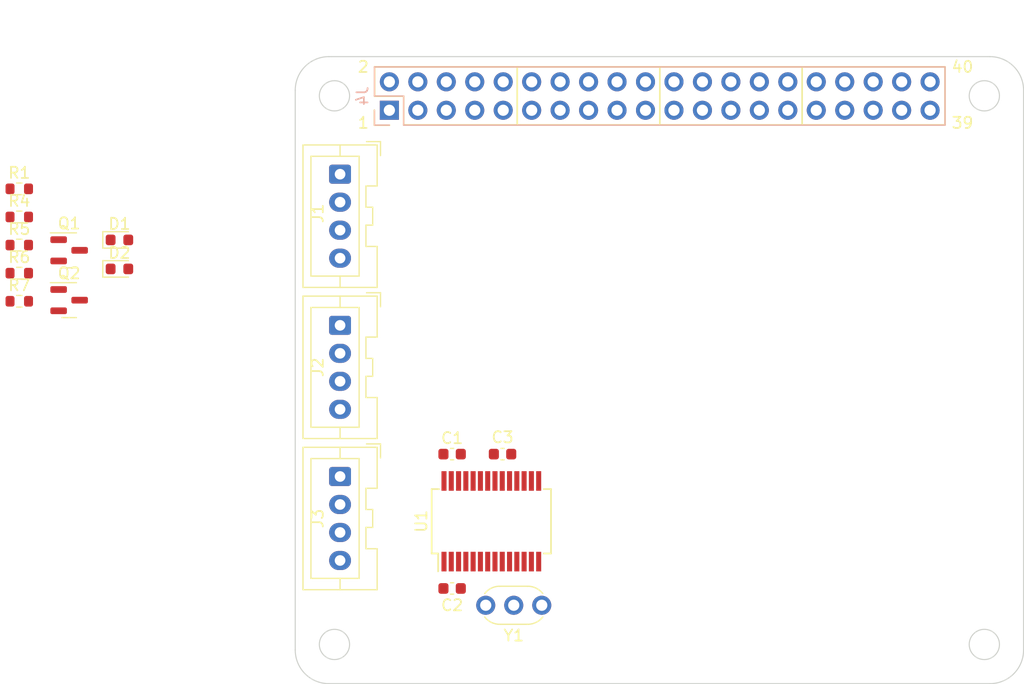
<source format=kicad_pcb>
(kicad_pcb (version 20221018) (generator pcbnew)
  (layers (0 "F.Cu" signal) (31 "B.Cu" signal) (34 "B.Paste" user) (35 "F.Paste" user) (36 "B.SilkS" user "B.Silkscreen") (37 "F.SilkS" user "F.Silkscreen") (38 "B.Mask" user) (39 "F.Mask" user) (44 "Edge.Cuts" user))
  (net 0 "")
  (net 1 "+5V")
  (net 2 "GND")
  (net 3 "+3V3")
  (net 5 "Net-(D1-A)")
  (net 7 "Net-(D2-A)")
  (net 9 "Net-(J1-Pin_3)")
  (net 10 "Net-(J1-Pin_4)")
  (net 19 "Net-(Q1-G)")
  (net 20 "Net-(Q2-G)")
  (net 21 "Net-(R1-Pad2)")
  (net 22 "Net-(SW1-A)")
  (net 23 "Net-(SW1-C)")
  (net 27 "Net-(U1-OSC2)")
  (net 28 "Net-(U1-OSC1)")
  (net 37 "Net-(U1-TXD)")
  (net 38 "Net-(U1-RXD)")
  (footprint "Resistor_SMD:R_0603_1608Metric" (layer "F.Cu") (at 75.37 67.83)
    (fp_text reference "R5" (at 0 -1.43) (layer "F.SilkS"))
    (fp_text value "4.7k")
    (fp_line (start -0.237258 -0.5225) (end 0.237258 -0.5225) (stroke (width 0.12)) (layer "F.SilkS"))
    (fp_line (start -0.237258 0.5225) (end 0.237258 0.5225) (stroke (width 0.12)) (layer "F.SilkS"))
    (pad "1" smd roundrect (at -0.825 0) (size 0.8 0.95) (layers "F.Cu" "F.Paste" "F.Mask") (net 19 "Net-(Q1-G)"))
    (pad "2" smd roundrect (at 0.825 0) (size 0.8 0.95) (layers "F.Cu" "F.Paste" "F.Mask") (net 22 "Net-(SW1-A)"))
  )
  (footprint "Connector_JST:JST_XA_B04B-XASK-1_1x04_P2.50mm_Vertical" (layer "F.Cu") (at 104 88.5 -90)
    (fp_text reference "J3" (at 3.75 2 90) (layer "F.SilkS"))
    (fp_text value "Conn_01x04")
    (fp_line (start -2.91 -3.61) (end -2.91 -2.36) (stroke (width 0.12)) (layer "F.SilkS"))
    (fp_line (start -2.61 -3.31) (end -2.61 3.31) (stroke (width 0.12)) (layer "F.SilkS"))
    (fp_line (start -2.61 0) (end -1.6 0) (stroke (width 0.12)) (layer "F.SilkS"))
    (fp_line (start -2.61 3.31) (end 10.11 3.31) (stroke (width 0.12)) (layer "F.SilkS"))
    (fp_line (start -1.66 -3.61) (end -2.91 -3.61) (stroke (width 0.12)) (layer "F.SilkS"))
    (fp_line (start -1.6 -1.7) (end -1.6 2.6) (stroke (width 0.12)) (layer "F.SilkS"))
    (fp_line (start -1.6 2.6) (end 9.1 2.6) (stroke (width 0.12)) (layer "F.SilkS"))
    (fp_line (start 1.05 -3.31) (end -2.61 -3.31) (stroke (width 0.12)) (layer "F.SilkS"))
    (fp_line (start 1.05 -2.31) (end 1.05 -3.31) (stroke (width 0.12)) (layer "F.SilkS"))
    (fp_line (start 2.95 -2.91) (end 2.95 -2.31) (stroke (width 0.12)) (layer "F.SilkS"))
    (fp_line (start 2.95 -2.31) (end 1.05 -2.31) (stroke (width 0.12)) (layer "F.SilkS"))
    (fp_line (start 4.55 -2.91) (end 2.95 -2.91) (stroke (width 0.12)) (layer "F.SilkS"))
    (fp_line (start 4.55 -2.31) (end 4.55 -2.91) (stroke (width 0.12)) (layer "F.SilkS"))
    (fp_line (start 6.45 -3.31) (end 6.45 -2.31) (stroke (width 0.12)) (layer "F.SilkS"))
    (fp_line (start 6.45 -2.31) (end 4.55 -2.31) (stroke (width 0.12)) (layer "F.SilkS"))
    (fp_line (start 9.1 -1.7) (end -1.6 -1.7) (stroke (width 0.12)) (layer "F.SilkS"))
    (fp_line (start 9.1 2.6) (end 9.1 -1.7) (stroke (width 0.12)) (layer "F.SilkS"))
    (fp_line (start 10.11 -3.31) (end 6.45 -3.31) (stroke (width 0.12)) (layer "F.SilkS"))
    (fp_line (start 10.11 0) (end 9.1 0) (stroke (width 0.12)) (layer "F.SilkS"))
    (fp_line (start 10.11 3.31) (end 10.11 -3.31) (stroke (width 0.12)) (layer "F.SilkS"))
    (pad "1" thru_hole roundrect (at 0 0 270) (size 1.7 1.95) (drill 0.95) (layers "*.Cu" "*.Mask") (roundrect_rratio 0.147059))
    (pad "2" thru_hole oval (at 2.5 0 270) (size 1.7 1.95) (drill 0.95) (layers "*.Cu" "*.Mask"))
    (pad "3" thru_hole oval (at 5 0 270) (size 1.7 1.95) (drill 0.95) (layers "*.Cu" "*.Mask"))
    (pad "4" thru_hole oval (at 7.5 0 270) (size 1.7 1.95) (drill 0.95) (layers "*.Cu" "*.Mask"))
  )
  (footprint "Crystal:Resonator_Murata_CSTLSxxxX-3Pin_W5.5mm_H3.0mm" (layer "F.Cu") (at 122 100 180)
    (fp_text reference "Y1" (at 2.5 -2.7) (layer "F.SilkS"))
    (fp_text value "Resonator_Small")
    (fp_line (start 1.25 -1.7) (end 3.75 -1.7) (stroke (width 0.12)) (layer "F.SilkS"))
    (fp_line (start 1.25 1.7) (end 3.75 1.7) (stroke (width 0.12)) (layer "F.SilkS"))
    (fp_arc (start -0.08779 -1.048961) (mid 0.506102 -1.5286) (end 1.25 -1.7) (stroke (width 0.12)) (layer "F.SilkS"))
    (fp_arc (start 1.25 1.7) (mid 0.506103 1.5286) (end -0.08779 1.048961) (stroke (width 0.12)) (layer "F.SilkS"))
    (fp_arc (start 3.75 -1.7) (mid 4.493897 -1.5286) (end 5.08779 -1.048961) (stroke (width 0.12)) (layer "F.SilkS"))
    (fp_arc (start 5.08779 1.048961) (mid 4.493898 1.5286) (end 3.75 1.7) (stroke (width 0.12)) (layer "F.SilkS"))
    (pad "1" thru_hole circle (at 0 0 180) (size 1.7 1.7) (drill 1) (layers "*.Cu" "*.Mask") (net 28 "Net-(U1-OSC1)"))
    (pad "2" thru_hole circle (at 2.5 0 180) (size 1.7 1.7) (drill 1) (layers "*.Cu" "*.Mask") (net 2 "GND"))
    (pad "3" thru_hole circle (at 5 0 180) (size 1.7 1.7) (drill 1) (layers "*.Cu" "*.Mask") (net 27 "Net-(U1-OSC2)"))
  )
  (footprint "Capacitor_SMD:C_0603_1608Metric" (layer "F.Cu") (at 114 98.5)
    (fp_text reference "C2" (at 0 1.5) (layer "F.SilkS"))
    (fp_text value "0.1uF")
    (fp_line (start -0.14058 -0.51) (end 0.14058 -0.51) (stroke (width 0.12)) (layer "F.SilkS"))
    (fp_line (start -0.14058 0.51) (end 0.14058 0.51) (stroke (width 0.12)) (layer "F.SilkS"))
    (pad "1" smd roundrect (at -0.775 0) (size 0.9 0.95) (layers "F.Cu" "F.Paste" "F.Mask") (net 3 "+3V3"))
    (pad "2" smd roundrect (at 0.775 0) (size 0.9 0.95) (layers "F.Cu" "F.Paste" "F.Mask") (net 2 "GND"))
  )
  (footprint "Package_TO_SOT_SMD:SOT-23" (layer "F.Cu") (at 79.82 68.3)
    (fp_text reference "Q1" (at 0 -2.4) (layer "F.SilkS"))
    (fp_text value "Q_PMOS_GSD")
    (fp_line (start 0 -1.56) (end -1.675 -1.56) (stroke (width 0.12)) (layer "F.SilkS"))
    (fp_line (start 0 -1.56) (end 0.65 -1.56) (stroke (width 0.12)) (layer "F.SilkS"))
    (fp_line (start 0 1.56) (end -0.65 1.56) (stroke (width 0.12)) (layer "F.SilkS"))
    (fp_line (start 0 1.56) (end 0.65 1.56) (stroke (width 0.12)) (layer "F.SilkS"))
    (pad "1" smd roundrect (at -0.9375 -0.95) (size 1.475 0.6) (layers "F.Cu" "F.Paste" "F.Mask") (net 19 "Net-(Q1-G)"))
    (pad "2" smd roundrect (at -0.9375 0.95) (size 1.475 0.6) (layers "F.Cu" "F.Paste" "F.Mask") (net 1 "+5V"))
    (pad "3" smd roundrect (at 0.9375 0) (size 1.475 0.6) (layers "F.Cu" "F.Paste" "F.Mask") (net 5 "Net-(D1-A)"))
  )
  (footprint "Connector_JST:JST_XA_B04B-XASK-1_1x04_P2.50mm_Vertical" (layer "F.Cu") (at 104 61.5 -90)
    (fp_text reference "J1" (at 3.5 2 90) (layer "F.SilkS"))
    (fp_text value "Conn_01x04")
    (fp_line (start -2.91 -3.61) (end -2.91 -2.36) (stroke (width 0.12)) (layer "F.SilkS"))
    (fp_line (start -2.61 -3.31) (end -2.61 3.31) (stroke (width 0.12)) (layer "F.SilkS"))
    (fp_line (start -2.61 0) (end -1.6 0) (stroke (width 0.12)) (layer "F.SilkS"))
    (fp_line (start -2.61 3.31) (end 10.11 3.31) (stroke (width 0.12)) (layer "F.SilkS"))
    (fp_line (start -1.66 -3.61) (end -2.91 -3.61) (stroke (width 0.12)) (layer "F.SilkS"))
    (fp_line (start -1.6 -1.7) (end -1.6 2.6) (stroke (width 0.12)) (layer "F.SilkS"))
    (fp_line (start -1.6 2.6) (end 9.1 2.6) (stroke (width 0.12)) (layer "F.SilkS"))
    (fp_line (start 1.05 -3.31) (end -2.61 -3.31) (stroke (width 0.12)) (layer "F.SilkS"))
    (fp_line (start 1.05 -2.31) (end 1.05 -3.31) (stroke (width 0.12)) (layer "F.SilkS"))
    (fp_line (start 2.95 -2.91) (end 2.95 -2.31) (stroke (width 0.12)) (layer "F.SilkS"))
    (fp_line (start 2.95 -2.31) (end 1.05 -2.31) (stroke (width 0.12)) (layer "F.SilkS"))
    (fp_line (start 4.55 -2.91) (end 2.95 -2.91) (stroke (width 0.12)) (layer "F.SilkS"))
    (fp_line (start 4.55 -2.31) (end 4.55 -2.91) (stroke (width 0.12)) (layer "F.SilkS"))
    (fp_line (start 6.45 -3.31) (end 6.45 -2.31) (stroke (width 0.12)) (layer "F.SilkS"))
    (fp_line (start 6.45 -2.31) (end 4.55 -2.31) (stroke (width 0.12)) (layer "F.SilkS"))
    (fp_line (start 9.1 -1.7) (end -1.6 -1.7) (stroke (width 0.12)) (layer "F.SilkS"))
    (fp_line (start 9.1 2.6) (end 9.1 -1.7) (stroke (width 0.12)) (layer "F.SilkS"))
    (fp_line (start 10.11 -3.31) (end 6.45 -3.31) (stroke (width 0.12)) (layer "F.SilkS"))
    (fp_line (start 10.11 0) (end 9.1 0) (stroke (width 0.12)) (layer "F.SilkS"))
    (fp_line (start 10.11 3.31) (end 10.11 -3.31) (stroke (width 0.12)) (layer "F.SilkS"))
    (pad "1" thru_hole roundrect (at 0 0 270) (size 1.7 1.95) (drill 0.95) (layers "*.Cu" "*.Mask") (roundrect_rratio 0.147059))
    (pad "2" thru_hole oval (at 2.5 0 270) (size 1.7 1.95) (drill 0.95) (layers "*.Cu" "*.Mask") (net 2 "GND"))
    (pad "3" thru_hole oval (at 5 0 270) (size 1.7 1.95) (drill 0.95) (layers "*.Cu" "*.Mask") (net 9 "Net-(J1-Pin_3)"))
    (pad "4" thru_hole oval (at 7.5 0 270) (size 1.7 1.95) (drill 0.95) (layers "*.Cu" "*.Mask") (net 10 "Net-(J1-Pin_4)"))
  )
  (footprint "Connector_JST:JST_XA_B04B-XASK-1_1x04_P2.50mm_Vertical" (layer "F.Cu") (at 104 75 -90)
    (fp_text reference "J2" (at 3.75 2 90) (layer "F.SilkS"))
    (fp_text value "Conn_01x04")
    (fp_line (start -2.91 -3.61) (end -2.91 -2.36) (stroke (width 0.12)) (layer "F.SilkS"))
    (fp_line (start -2.61 -3.31) (end -2.61 3.31) (stroke (width 0.12)) (layer "F.SilkS"))
    (fp_line (start -2.61 0) (end -1.6 0) (stroke (width 0.12)) (layer "F.SilkS"))
    (fp_line (start -2.61 3.31) (end 10.11 3.31) (stroke (width 0.12)) (layer "F.SilkS"))
    (fp_line (start -1.66 -3.61) (end -2.91 -3.61) (stroke (width 0.12)) (layer "F.SilkS"))
    (fp_line (start -1.6 -1.7) (end -1.6 2.6) (stroke (width 0.12)) (layer "F.SilkS"))
    (fp_line (start -1.6 2.6) (end 9.1 2.6) (stroke (width 0.12)) (layer "F.SilkS"))
    (fp_line (start 1.05 -3.31) (end -2.61 -3.31) (stroke (width 0.12)) (layer "F.SilkS"))
    (fp_line (start 1.05 -2.31) (end 1.05 -3.31) (stroke (width 0.12)) (layer "F.SilkS"))
    (fp_line (start 2.95 -2.91) (end 2.95 -2.31) (stroke (width 0.12)) (layer "F.SilkS"))
    (fp_line (start 2.95 -2.31) (end 1.05 -2.31) (stroke (width 0.12)) (layer "F.SilkS"))
    (fp_line (start 4.55 -2.91) (end 2.95 -2.91) (stroke (width 0.12)) (layer "F.SilkS"))
    (fp_line (start 4.55 -2.31) (end 4.55 -2.91) (stroke (width 0.12)) (layer "F.SilkS"))
    (fp_line (start 6.45 -3.31) (end 6.45 -2.31) (stroke (width 0.12)) (layer "F.SilkS"))
    (fp_line (start 6.45 -2.31) (end 4.55 -2.31) (stroke (width 0.12)) (layer "F.SilkS"))
    (fp_line (start 9.1 -1.7) (end -1.6 -1.7) (stroke (width 0.12)) (layer "F.SilkS"))
    (fp_line (start 9.1 2.6) (end 9.1 -1.7) (stroke (width 0.12)) (layer "F.SilkS"))
    (fp_line (start 10.11 -3.31) (end 6.45 -3.31) (stroke (width 0.12)) (layer "F.SilkS"))
    (fp_line (start 10.11 0) (end 9.1 0) (stroke (width 0.12)) (layer "F.SilkS"))
    (fp_line (start 10.11 3.31) (end 10.11 -3.31) (stroke (width 0.12)) (layer "F.SilkS"))
    (pad "1" thru_hole roundrect (at 0 0 270) (size 1.7 1.95) (drill 0.95) (layers "*.Cu" "*.Mask") (roundrect_rratio 0.147059))
    (pad "2" thru_hole oval (at 2.5 0 270) (size 1.7 1.95) (drill 0.95) (layers "*.Cu" "*.Mask"))
    (pad "3" thru_hole oval (at 5 0 270) (size 1.7 1.95) (drill 0.95) (layers "*.Cu" "*.Mask"))
    (pad "4" thru_hole oval (at 7.5 0 270) (size 1.7 1.95) (drill 0.95) (layers "*.Cu" "*.Mask"))
  )
  (footprint "Resistor_SMD:R_0603_1608Metric" (layer "F.Cu") (at 75.37 70.34)
    (fp_text reference "R6" (at 0 -1.43) (layer "F.SilkS"))
    (fp_text value "4.7k")
    (fp_line (start -0.237258 -0.5225) (end 0.237258 -0.5225) (stroke (width 0.12)) (layer "F.SilkS"))
    (fp_line (start -0.237258 0.5225) (end 0.237258 0.5225) (stroke (width 0.12)) (layer "F.SilkS"))
    (pad "1" smd roundrect (at -0.825 0) (size 0.8 0.95) (layers "F.Cu" "F.Paste" "F.Mask") (net 3 "+3V3"))
    (pad "2" smd roundrect (at 0.825 0) (size 0.8 0.95) (layers "F.Cu" "F.Paste" "F.Mask") (net 20 "Net-(Q2-G)"))
  )
  (footprint "Package_TO_SOT_SMD:SOT-23" (layer "F.Cu") (at 79.82 72.75)
    (fp_text reference "Q2" (at 0 -2.4) (layer "F.SilkS"))
    (fp_text value "Q_PMOS_GSD")
    (fp_line (start 0 -1.56) (end -1.675 -1.56) (stroke (width 0.12)) (layer "F.SilkS"))
    (fp_line (start 0 -1.56) (end 0.65 -1.56) (stroke (width 0.12)) (layer "F.SilkS"))
    (fp_line (start 0 1.56) (end -0.65 1.56) (stroke (width 0.12)) (layer "F.SilkS"))
    (fp_line (start 0 1.56) (end 0.65 1.56) (stroke (width 0.12)) (layer "F.SilkS"))
    (pad "1" smd roundrect (at -0.9375 -0.95) (size 1.475 0.6) (layers "F.Cu" "F.Paste" "F.Mask") (net 20 "Net-(Q2-G)"))
    (pad "2" smd roundrect (at -0.9375 0.95) (size 1.475 0.6) (layers "F.Cu" "F.Paste" "F.Mask") (net 3 "+3V3"))
    (pad "3" smd roundrect (at 0.9375 0) (size 1.475 0.6) (layers "F.Cu" "F.Paste" "F.Mask") (net 7 "Net-(D2-A)"))
  )
  (footprint "LED_SMD:LED_0603_1608Metric" (layer "F.Cu") (at 84.31 67.37)
    (fp_text reference "D1" (at 0 -1.43) (layer "F.SilkS"))
    (fp_text value "LED")
    (fp_line (start -1.485 -0.735) (end -1.485 0.735) (stroke (width 0.12)) (layer "F.SilkS"))
    (fp_line (start -1.485 0.735) (end 0.8 0.735) (stroke (width 0.12)) (layer "F.SilkS"))
    (fp_line (start 0.8 -0.735) (end -1.485 -0.735) (stroke (width 0.12)) (layer "F.SilkS"))
    (pad "1" smd roundrect (at -0.7875 0) (size 0.875 0.95) (layers "F.Cu" "F.Paste" "F.Mask"))
    (pad "2" smd roundrect (at 0.7875 0) (size 0.875 0.95) (layers "F.Cu" "F.Paste" "F.Mask") (net 5 "Net-(D1-A)"))
  )
  (footprint "Capacitor_SMD:C_0603_1608Metric" (layer "F.Cu") (at 114 86.5)
    (fp_text reference "C1" (at 0 -1.43) (layer "F.SilkS"))
    (fp_text value "0.1uF")
    (fp_line (start -0.14058 -0.51) (end 0.14058 -0.51) (stroke (width 0.12)) (layer "F.SilkS"))
    (fp_line (start -0.14058 0.51) (end 0.14058 0.51) (stroke (width 0.12)) (layer "F.SilkS"))
    (pad "1" smd roundrect (at -0.775 0) (size 0.9 0.95) (layers "F.Cu" "F.Paste" "F.Mask") (net 1 "+5V"))
    (pad "2" smd roundrect (at 0.775 0) (size 0.9 0.95) (layers "F.Cu" "F.Paste" "F.Mask") (net 2 "GND"))
  )
  (footprint "Resistor_SMD:R_0603_1608Metric" (layer "F.Cu") (at 75.37 65.32)
    (fp_text reference "R4" (at 0 -1.43) (layer "F.SilkS"))
    (fp_text value "4.7k")
    (fp_line (start -0.237258 -0.5225) (end 0.237258 -0.5225) (stroke (width 0.12)) (layer "F.SilkS"))
    (fp_line (start -0.237258 0.5225) (end 0.237258 0.5225) (stroke (width 0.12)) (layer "F.SilkS"))
    (pad "1" smd roundrect (at -0.825 0) (size 0.8 0.95) (layers "F.Cu" "F.Paste" "F.Mask") (net 1 "+5V"))
    (pad "2" smd roundrect (at 0.825 0) (size 0.8 0.95) (layers "F.Cu" "F.Paste" "F.Mask") (net 19 "Net-(Q1-G)"))
  )
  (footprint "Resistor_SMD:R_0603_1608Metric" (layer "F.Cu") (at 75.37 62.81)
    (fp_text reference "R1" (at 0 -1.43) (layer "F.SilkS"))
    (fp_text value "120")
    (fp_line (start -0.237258 -0.5225) (end 0.237258 -0.5225) (stroke (width 0.12)) (layer "F.SilkS"))
    (fp_line (start -0.237258 0.5225) (end 0.237258 0.5225) (stroke (width 0.12)) (layer "F.SilkS"))
    (pad "1" smd roundrect (at -0.825 0) (size 0.8 0.95) (layers "F.Cu" "F.Paste" "F.Mask") (net 9 "Net-(J1-Pin_3)"))
    (pad "2" smd roundrect (at 0.825 0) (size 0.8 0.95) (layers "F.Cu" "F.Paste" "F.Mask") (net 21 "Net-(R1-Pad2)"))
  )
  (footprint "Capacitor_SMD:C_0603_1608Metric" (layer "F.Cu") (at 118.5 86.5 180)
    (fp_text reference "C3" (at 0 1.5) (layer "F.SilkS"))
    (fp_text value "0.1uF")
    (fp_line (start -0.14058 -0.51) (end 0.14058 -0.51) (stroke (width 0.12)) (layer "F.SilkS"))
    (fp_line (start -0.14058 0.51) (end 0.14058 0.51) (stroke (width 0.12)) (layer "F.SilkS"))
    (pad "1" smd roundrect (at -0.775 0 180) (size 0.9 0.95) (layers "F.Cu" "F.Paste" "F.Mask") (net 3 "+3V3"))
    (pad "2" smd roundrect (at 0.775 0 180) (size 0.9 0.95) (layers "F.Cu" "F.Paste" "F.Mask") (net 2 "GND"))
  )
  (footprint "LED_SMD:LED_0603_1608Metric" (layer "F.Cu") (at 84.31 69.96)
    (fp_text reference "D2" (at 0 -1.43) (layer "F.SilkS"))
    (fp_text value "LED")
    (fp_line (start -1.485 -0.735) (end -1.485 0.735) (stroke (width 0.12)) (layer "F.SilkS"))
    (fp_line (start -1.485 0.735) (end 0.8 0.735) (stroke (width 0.12)) (layer "F.SilkS"))
    (fp_line (start 0.8 -0.735) (end -1.485 -0.735) (stroke (width 0.12)) (layer "F.SilkS"))
    (pad "1" smd roundrect (at -0.7875 0) (size 0.875 0.95) (layers "F.Cu" "F.Paste" "F.Mask"))
    (pad "2" smd roundrect (at 0.7875 0) (size 0.875 0.95) (layers "F.Cu" "F.Paste" "F.Mask") (net 7 "Net-(D2-A)"))
  )
  (footprint "Resistor_SMD:R_0603_1608Metric" (layer "F.Cu") (at 75.37 72.85)
    (fp_text reference "R7" (at 0 -1.43) (layer "F.SilkS"))
    (fp_text value "4.7k")
    (fp_line (start -0.237258 -0.5225) (end 0.237258 -0.5225) (stroke (width 0.12)) (layer "F.SilkS"))
    (fp_line (start -0.237258 0.5225) (end 0.237258 0.5225) (stroke (width 0.12)) (layer "F.SilkS"))
    (pad "1" smd roundrect (at -0.825 0) (size 0.8 0.95) (layers "F.Cu" "F.Paste" "F.Mask") (net 20 "Net-(Q2-G)"))
    (pad "2" smd roundrect (at 0.825 0) (size 0.8 0.95) (layers "F.Cu" "F.Paste" "F.Mask") (net 23 "Net-(SW1-C)"))
  )
  (footprint "Package_SO:SSOP-28_5.3x10.2mm_P0.65mm" (layer "F.Cu") (at 117.5 92.5 90)
    (fp_text reference "U1" (at 0 -6.25 90) (layer "F.SilkS"))
    (fp_text value "MCP25625-x-SS")
    (fp_line (start -2.875 -5.325) (end -2.875 -4.75) (stroke (width 0.15)) (layer "F.SilkS"))
    (fp_line (start -2.875 -5.325) (end 2.875 -5.325) (stroke (width 0.15)) (layer "F.SilkS"))
    (fp_line (start -2.875 -4.75) (end -4.475 -4.75) (stroke (width 0.15)) (layer "F.SilkS"))
    (fp_line (start -2.875 5.325) (end -2.875 4.675) (stroke (width 0.15)) (layer "F.SilkS"))
    (fp_line (start -2.875 5.325) (end 2.875 5.325) (stroke (width 0.15)) (layer "F.SilkS"))
    (fp_line (start 2.875 -5.325) (end 2.875 -4.675) (stroke (width 0.15)) (layer "F.SilkS"))
    (fp_line (start 2.875 5.325) (end 2.875 4.675) (stroke (width 0.15)) (layer "F.SilkS"))
    (pad "1" smd rect (at -3.6 -4.225 90) (size 1.75 0.45) (layers "F.Cu" "F.Paste" "F.Mask") (net 3 "+3V3"))
    (pad "2" smd rect (at -3.6 -3.575 90) (size 1.75 0.45) (layers "F.Cu" "F.Paste" "F.Mask"))
    (pad "3" smd rect (at -3.6 -2.925 90) (size 1.75 0.45) (layers "F.Cu" "F.Paste" "F.Mask") (net 10 "Net-(J1-Pin_4)"))
    (pad "4" smd rect (at -3.6 -2.275 90) (size 1.75 0.45) (layers "F.Cu" "F.Paste" "F.Mask") (net 9 "Net-(J1-Pin_3)"))
    (pad "5" smd rect (at -3.6 -1.625 90) (size 1.75 0.45) (layers "F.Cu" "F.Paste" "F.Mask") (net 2 "GND"))
    (pad "6" smd rect (at -3.6 -0.975 90) (size 1.75 0.45) (layers "F.Cu" "F.Paste" "F.Mask"))
    (pad "7" smd rect (at -3.6 -0.325 90) (size 1.75 0.45) (layers "F.Cu" "F.Paste" "F.Mask"))
    (pad "8" smd rect (at -3.6 0.325 90) (size 1.75 0.45) (layers "F.Cu" "F.Paste" "F.Mask") (net 27 "Net-(U1-OSC2)"))
    (pad "9" smd rect (at -3.6 0.975 90) (size 1.75 0.45) (layers "F.Cu" "F.Paste" "F.Mask") (net 28 "Net-(U1-OSC1)"))
    (pad "10" smd rect (at -3.6 1.625 90) (size 1.75 0.45) (layers "F.Cu" "F.Paste" "F.Mask") (net 2 "GND"))
    (pad "11" smd rect (at -3.6 2.275 90) (size 1.75 0.45) (layers "F.Cu" "F.Paste" "F.Mask"))
    (pad "12" smd rect (at -3.6 2.925 90) (size 1.75 0.45) (layers "F.Cu" "F.Paste" "F.Mask"))
    (pad "13" smd rect (at -3.6 3.575 90) (size 1.75 0.45) (layers "F.Cu" "F.Paste" "F.Mask"))
    (pad "14" smd rect (at -3.6 4.225 90) (size 1.75 0.45) (layers "F.Cu" "F.Paste" "F.Mask"))
    (pad "15" smd rect (at 3.6 4.225 90) (size 1.75 0.45) (layers "F.Cu" "F.Paste" "F.Mask"))
    (pad "16" smd rect (at 3.6 3.575 90) (size 1.75 0.45) (layers "F.Cu" "F.Paste" "F.Mask"))
    (pad "17" smd rect (at 3.6 2.925 90) (size 1.75 0.45) (layers "F.Cu" "F.Paste" "F.Mask"))
    (pad "18" smd rect (at 3.6 2.275 90) (size 1.75 0.45) (layers "F.Cu" "F.Paste" "F.Mask"))
    (pad "19" smd rect (at 3.6 1.625 90) (size 1.75 0.45) (layers "F.Cu" "F.Paste" "F.Mask") (net 3 "+3V3"))
    (pad "20" smd rect (at 3.6 0.975 90) (size 1.75 0.45) (layers "F.Cu" "F.Paste" "F.Mask") (net 37 "Net-(U1-TXD)"))
    (pad "21" smd rect (at 3.6 0.325 90) (size 1.75 0.45) (layers "F.Cu" "F.Paste" "F.Mask") (net 38 "Net-(U1-RXD)"))
    (pad "22" smd rect (at 3.6 -0.325 90) (size 1.75 0.45) (layers "F.Cu" "F.Paste" "F.Mask"))
    (pad "23" smd rect (at 3.6 -0.975 90) (size 1.75 0.45) (layers "F.Cu" "F.Paste" "F.Mask"))
    (pad "24" smd rect (at 3.6 -1.625 90) (size 1.75 0.45) (layers "F.Cu" "F.Paste" "F.Mask") (net 37 "Net-(U1-TXD)"))
    (pad "25" smd rect (at 3.6 -2.275 90) (size 1.75 0.45) (layers "F.Cu" "F.Paste" "F.Mask"))
    (pad "26" smd rect (at 3.6 -2.925 90) (size 1.75 0.45) (layers "F.Cu" "F.Paste" "F.Mask") (net 2 "GND"))
    (pad "27" smd rect (at 3.6 -3.575 90) (size 1.75 0.45) (layers "F.Cu" "F.Paste" "F.Mask") (net 1 "+5V"))
    (pad "28" smd rect (at 3.6 -4.225 90) (size 1.75 0.45) (layers "F.Cu" "F.Paste" "F.Mask") (net 38 "Net-(U1-RXD)"))
  )
  (footprint "Connector_PinSocket_2.54mm:PinSocket_2x20_P2.54mm_Vertical" (layer "B.Cu") (at 108.4 55.79 -90)
    (fp_text reference "J4" (at -1.27 2.4 90) (layer "B.SilkS") (effects (justify mirror)))
    (fp_text value "Conn_02x20_Odd_Even")
    (fp_line (start -3.87 -49.59) (end 1.33 -49.59) (stroke (width 0.12)) (layer "B.SilkS"))
    (fp_line (start -3.87 1.33) (end -3.87 -49.59) (stroke (width 0.12)) (layer "B.SilkS"))
    (fp_line (start -3.87 1.33) (end -1.27 1.33) (stroke (width 0.12)) (layer "B.SilkS"))
    (fp_line (start -1.27 -1.27) (end 1.33 -1.27) (stroke (width 0.12)) (layer "B.SilkS"))
    (fp_line (start -1.27 1.33) (end -1.27 -1.27) (stroke (width 0.12)) (layer "B.SilkS"))
    (fp_line (start 0 1.33) (end 1.33 1.33) (stroke (width 0.12)) (layer "B.SilkS"))
    (fp_line (start 1.33 -1.27) (end 1.33 -49.59) (stroke (width 0.12)) (layer "B.SilkS"))
    (fp_line (start 1.33 1.33) (end 1.33 0) (stroke (width 0.12)) (layer "B.SilkS"))
    (pad "1" thru_hole rect (at 0 0 270) (size 1.7 1.7) (drill 1) (layers "*.Cu" "*.Mask"))
    (pad "2" thru_hole oval (at -2.54 0 270) (size 1.7 1.7) (drill 1) (layers "*.Cu" "*.Mask"))
    (pad "3" thru_hole oval (at 0 -2.54 270) (size 1.7 1.7) (drill 1) (layers "*.Cu" "*.Mask"))
    (pad "4" thru_hole oval (at -2.54 -2.54 270) (size 1.7 1.7) (drill 1) (layers "*.Cu" "*.Mask"))
    (pad "5" thru_hole oval (at 0 -5.08 270) (size 1.7 1.7) (drill 1) (layers "*.Cu" "*.Mask"))
    (pad "6" thru_hole oval (at -2.54 -5.08 270) (size 1.7 1.7) (drill 1) (layers "*.Cu" "*.Mask"))
    (pad "7" thru_hole oval (at 0 -7.62 270) (size 1.7 1.7) (drill 1) (layers "*.Cu" "*.Mask"))
    (pad "8" thru_hole oval (at -2.54 -7.62 270) (size 1.7 1.7) (drill 1) (layers "*.Cu" "*.Mask"))
    (pad "9" thru_hole oval (at 0 -10.16 270) (size 1.7 1.7) (drill 1) (layers "*.Cu" "*.Mask"))
    (pad "10" thru_hole oval (at -2.54 -10.16 270) (size 1.7 1.7) (drill 1) (layers "*.Cu" "*.Mask"))
    (pad "11" thru_hole oval (at 0 -12.7 270) (size 1.7 1.7) (drill 1) (layers "*.Cu" "*.Mask"))
    (pad "12" thru_hole oval (at -2.54 -12.7 270) (size 1.7 1.7) (drill 1) (layers "*.Cu" "*.Mask"))
    (pad "13" thru_hole oval (at 0 -15.24 270) (size 1.7 1.7) (drill 1) (layers "*.Cu" "*.Mask"))
    (pad "14" thru_hole oval (at -2.54 -15.24 270) (size 1.7 1.7) (drill 1) (layers "*.Cu" "*.Mask"))
    (pad "15" thru_hole oval (at 0 -17.78 270) (size 1.7 1.7) (drill 1) (layers "*.Cu" "*.Mask"))
    (pad "16" thru_hole oval (at -2.54 -17.78 270) (size 1.7 1.7) (drill 1) (layers "*.Cu" "*.Mask"))
    (pad "17" thru_hole oval (at 0 -20.32 270) (size 1.7 1.7) (drill 1) (layers "*.Cu" "*.Mask"))
    (pad "18" thru_hole oval (at -2.54 -20.32 270) (size 1.7 1.7) (drill 1) (layers "*.Cu" "*.Mask"))
    (pad "19" thru_hole oval (at 0 -22.86 270) (size 1.7 1.7) (drill 1) (layers "*.Cu" "*.Mask"))
    (pad "20" thru_hole oval (at -2.54 -22.86 270) (size 1.7 1.7) (drill 1) (layers "*.Cu" "*.Mask"))
    (pad "21" thru_hole oval (at 0 -25.4 270) (size 1.7 1.7) (drill 1) (layers "*.Cu" "*.Mask"))
    (pad "22" thru_hole oval (at -2.54 -25.4 270) (size 1.7 1.7) (drill 1) (layers "*.Cu" "*.Mask"))
    (pad "23" thru_hole oval (at 0 -27.94 270) (size 1.7 1.7) (drill 1) (layers "*.Cu" "*.Mask"))
    (pad "24" thru_hole oval (at -2.54 -27.94 270) (size 1.7 1.7) (drill 1) (layers "*.Cu" "*.Mask"))
    (pad "25" thru_hole oval (at 0 -30.48 270) (size 1.7 1.7) (drill 1) (layers "*.Cu" "*.Mask"))
    (pad "26" thru_hole oval (at -2.54 -30.48 270) (size 1.7 1.7) (drill 1) (layers "*.Cu" "*.Mask"))
    (pad "27" thru_hole oval (at 0 -33.02 270) (size 1.7 1.7) (drill 1) (layers "*.Cu" "*.Mask"))
    (pad "28" thru_hole oval (at -2.54 -33.02 270) (size 1.7 1.7) (drill 1) (layers "*.Cu" "*.Mask"))
    (pad "29" thru_hole oval (at 0 -35.56 270) (size 1.7 1.7) (drill 1) (layers "*.Cu" "*.Mask"))
    (pad "30" thru_hole oval (at -2.54 -35.56 270) (size 1.7 1.7) (drill 1) (layers "*.Cu" "*.Mask"))
    (pad "31" thru_hole oval (at 0 -38.1 270) (size 1.7 1.7) (drill 1) (layers "*.Cu" "*.Mask"))
    (pad "32" thru_hole oval (at -2.54 -38.1 270) (size 1.7 1.7) (drill 1) (layers "*.Cu" "*.Mask"))
    (pad "33" thru_hole oval (at 0 -40.64 270) (size 1.7 1.7) (drill 1) (layers "*.Cu" "*.Mask"))
    (pad "34" thru_hole oval (at -2.54 -40.64 270) (size 1.7 1.7) (drill 1) (layers "*.Cu" "*.Mask"))
    (pad "35" thru_hole oval (at 0 -43.18 270) (size 1.7 1.7) (drill 1) (layers "*.Cu" "*.Mask"))
    (pad "36" thru_hole oval (at -2.54 -43.18 270) (size 1.7 1.7) (drill 1) (layers "*.Cu" "*.Mask"))
    (pad "37" thru_hole oval (at 0 -45.72 270) (size 1.7 1.7) (drill 1) (layers "*.Cu" "*.Mask"))
    (pad "38" thru_hole oval (at -2.54 -45.72 270) (size 1.7 1.7) (drill 1) (layers "*.Cu" "*.Mask"))
    (pad "39" thru_hole oval (at 0 -48.26 270) (size 1.7 1.7) (drill 1) (layers "*.Cu" "*.Mask"))
    (pad "40" thru_hole oval (at -2.54 -48.26 270) (size 1.7 1.7) (drill 1) (layers "*.Cu" "*.Mask"))
  )
  (gr_line (start 157.988 57.0992) (end 157.988 51.9176) (stroke (width 0.15)) (layer "F.SilkS"))
  (gr_line (start 145.2372 51.943) (end 145.2372 57.0992) (stroke (width 0.15)) (layer "F.SilkS"))
  (gr_line (start 119.8118 51.9178) (end 119.8118 57.099) (stroke (width 0.15)) (layer "F.SilkS"))
  (gr_line (start 132.5372 51.9176) (end 132.5372 57.0738) (stroke (width 0.15)) (layer "F.SilkS"))
  (gr_line (start 107.0864 51.9176) (end 107.0864 54.5338) (stroke (width 0.15)) (layer "F.SilkS"))
  (gr_line (start 157.988 51.9176) (end 119.8372 51.918) (stroke (width 0.15)) (layer "F.SilkS"))
  (gr_line (start 119.8372 51.918) (end 107.0864 51.9176) (stroke (width 0.15)) (layer "F.SilkS"))
  (gr_line (start 109.6772 57.0992) (end 157.988 57.0992) (stroke (width 0.15)) (layer "F.SilkS"))
  (gr_line (start 107.061 57.1246) (end 108.4072 57.1246) (stroke (width 0.15)) (layer "F.SilkS"))
  (gr_line (start 107.061 55.7784) (end 107.061 57.1246) (stroke (width 0.15)) (layer "F.SilkS"))
  (gr_line (start 109.6772 54.5338) (end 109.6772 57.0992) (stroke (width 0.15)) (layer "F.SilkS"))
  (gr_line (start 107.0864 54.5338) (end 109.6772 54.5338) (stroke (width 0.15)) (layer "F.SilkS"))
  (gr_circle (center 161.5 54.5) (end 162.85 54.5) (stroke (width 0.1)) (fill none) (layer "Edge.Cuts"))
  (gr_circle (center 161.5 103.5) (end 162.85 103.5) (stroke (width 0.1)) (fill none) (layer "Edge.Cuts"))
  (gr_line (start 100 54) (end 100 104) (stroke (width 0.1)) (layer "Edge.Cuts"))
  (gr_circle (center 103.5 103.5) (end 104.85 103.5) (stroke (width 0.1)) (fill none) (layer "Edge.Cuts"))
  (gr_arc (start 165 104) (mid 164.12132 106.12132) (end 162 107) (stroke (width 0.1)) (layer "Edge.Cuts"))
  (gr_circle (center 103.5 54.5) (end 104.85 54.5) (stroke (width 0.1)) (fill none) (layer "Edge.Cuts"))
  (gr_line (start 165 54) (end 165 104) (stroke (width 0.1)) (layer "Edge.Cuts"))
  (gr_arc (start 103 107) (mid 100.87868 106.12132) (end 100 104) (stroke (width 0.1)) (layer "Edge.Cuts"))
  (gr_arc (start 100 54) (mid 100.87868 51.87868) (end 103 51) (stroke (width 0.1)) (layer "Edge.Cuts"))
  (gr_line (start 103 51) (end 162 51) (stroke (width 0.1)) (layer "Edge.Cuts"))
  (gr_line (start 103 107) (end 162 107) (stroke (width 0.1)) (layer "Edge.Cuts"))
  (gr_arc (start 162 51) (mid 164.12132 51.87868) (end 165 54) (stroke (width 0.1)) (layer "Edge.Cuts"))
  (gr_text "1" (at 105.5 57.5) (layer "F.SilkS") (effects (font (size 1 1)) (justify left bottom)))
  (gr_text "40" (at 158.5 52.5) (layer "F.SilkS") (effects (font (size 1 1)) (justify left bottom)))
  (gr_text "39" (at 158.5 57.5) (layer "F.SilkS") (effects (font (size 1 1)) (justify left bottom)))
  (gr_text "2" (at 105.5 52.5) (layer "F.SilkS") (effects (font (size 1 1)) (justify left bottom)))
)
</source>
